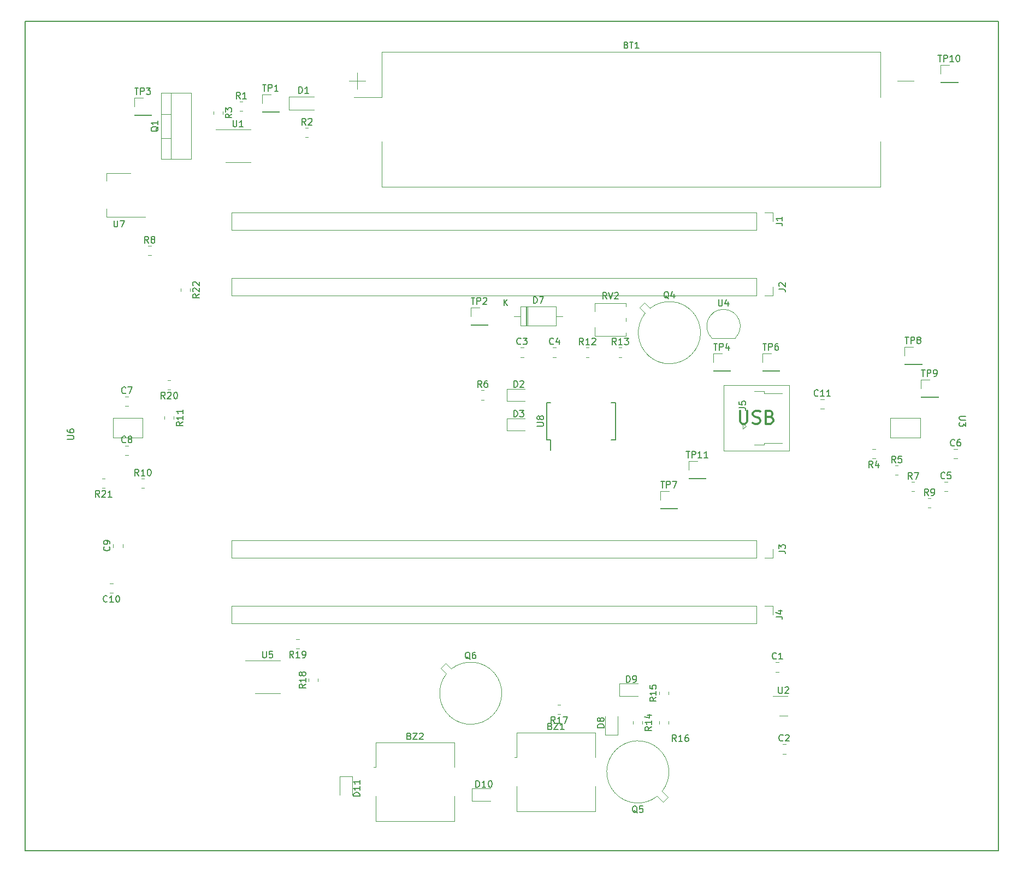
<source format=gbr>
%TF.GenerationSoftware,KiCad,Pcbnew,(6.0.2)*%
%TF.CreationDate,2022-03-20T20:15:49+02:00*%
%TF.ProjectId,main,6d61696e-2e6b-4696-9361-645f70636258,rev?*%
%TF.SameCoordinates,Original*%
%TF.FileFunction,Legend,Top*%
%TF.FilePolarity,Positive*%
%FSLAX46Y46*%
G04 Gerber Fmt 4.6, Leading zero omitted, Abs format (unit mm)*
G04 Created by KiCad (PCBNEW (6.0.2)) date 2022-03-20 20:15:49*
%MOMM*%
%LPD*%
G01*
G04 APERTURE LIST*
%TA.AperFunction,Profile*%
%ADD10C,0.200000*%
%TD*%
%ADD11C,0.100000*%
%ADD12C,0.300000*%
%ADD13C,0.150000*%
%ADD14C,0.120000*%
G04 APERTURE END LIST*
D10*
X210820000Y-15748000D02*
X59944000Y-15748000D01*
X59944000Y-15748000D02*
X59944000Y-144272000D01*
X59944000Y-144272000D02*
X210820000Y-144272000D01*
X210820000Y-144272000D02*
X210820000Y-15748000D01*
D11*
X168218000Y-72140000D02*
X178378000Y-72140000D01*
X178378000Y-72140000D02*
X178378000Y-82300000D01*
X178378000Y-82300000D02*
X168218000Y-82300000D01*
X168218000Y-82300000D02*
X168218000Y-72140000D01*
D12*
X170774190Y-76124761D02*
X170774190Y-77743809D01*
X170869428Y-77934285D01*
X170964666Y-78029523D01*
X171155142Y-78124761D01*
X171536095Y-78124761D01*
X171726571Y-78029523D01*
X171821809Y-77934285D01*
X171917047Y-77743809D01*
X171917047Y-76124761D01*
X172774190Y-78029523D02*
X173059904Y-78124761D01*
X173536095Y-78124761D01*
X173726571Y-78029523D01*
X173821809Y-77934285D01*
X173917047Y-77743809D01*
X173917047Y-77553333D01*
X173821809Y-77362857D01*
X173726571Y-77267619D01*
X173536095Y-77172380D01*
X173155142Y-77077142D01*
X172964666Y-76981904D01*
X172869428Y-76886666D01*
X172774190Y-76696190D01*
X172774190Y-76505714D01*
X172869428Y-76315238D01*
X172964666Y-76220000D01*
X173155142Y-76124761D01*
X173631333Y-76124761D01*
X173917047Y-76220000D01*
X175440857Y-77077142D02*
X175726571Y-77172380D01*
X175821809Y-77267619D01*
X175917047Y-77458095D01*
X175917047Y-77743809D01*
X175821809Y-77934285D01*
X175726571Y-78029523D01*
X175536095Y-78124761D01*
X174774190Y-78124761D01*
X174774190Y-76124761D01*
X175440857Y-76124761D01*
X175631333Y-76220000D01*
X175726571Y-76315238D01*
X175821809Y-76505714D01*
X175821809Y-76696190D01*
X175726571Y-76886666D01*
X175631333Y-76981904D01*
X175440857Y-77077142D01*
X174774190Y-77077142D01*
D13*
%TO.C,TP10*%
X201461904Y-20998380D02*
X202033333Y-20998380D01*
X201747619Y-21998380D02*
X201747619Y-20998380D01*
X202366666Y-21998380D02*
X202366666Y-20998380D01*
X202747619Y-20998380D01*
X202842857Y-21046000D01*
X202890476Y-21093619D01*
X202938095Y-21188857D01*
X202938095Y-21331714D01*
X202890476Y-21426952D01*
X202842857Y-21474571D01*
X202747619Y-21522190D01*
X202366666Y-21522190D01*
X203890476Y-21998380D02*
X203319047Y-21998380D01*
X203604761Y-21998380D02*
X203604761Y-20998380D01*
X203509523Y-21141238D01*
X203414285Y-21236476D01*
X203319047Y-21284095D01*
X204509523Y-20998380D02*
X204604761Y-20998380D01*
X204700000Y-21046000D01*
X204747619Y-21093619D01*
X204795238Y-21188857D01*
X204842857Y-21379333D01*
X204842857Y-21617428D01*
X204795238Y-21807904D01*
X204747619Y-21903142D01*
X204700000Y-21950761D01*
X204604761Y-21998380D01*
X204509523Y-21998380D01*
X204414285Y-21950761D01*
X204366666Y-21903142D01*
X204319047Y-21807904D01*
X204271428Y-21617428D01*
X204271428Y-21379333D01*
X204319047Y-21188857D01*
X204366666Y-21093619D01*
X204414285Y-21046000D01*
X204509523Y-20998380D01*
%TO.C,D10*%
X129849714Y-134438380D02*
X129849714Y-133438380D01*
X130087809Y-133438380D01*
X130230666Y-133486000D01*
X130325904Y-133581238D01*
X130373523Y-133676476D01*
X130421142Y-133866952D01*
X130421142Y-134009809D01*
X130373523Y-134200285D01*
X130325904Y-134295523D01*
X130230666Y-134390761D01*
X130087809Y-134438380D01*
X129849714Y-134438380D01*
X131373523Y-134438380D02*
X130802095Y-134438380D01*
X131087809Y-134438380D02*
X131087809Y-133438380D01*
X130992571Y-133581238D01*
X130897333Y-133676476D01*
X130802095Y-133724095D01*
X131992571Y-133438380D02*
X132087809Y-133438380D01*
X132183047Y-133486000D01*
X132230666Y-133533619D01*
X132278285Y-133628857D01*
X132325904Y-133819333D01*
X132325904Y-134057428D01*
X132278285Y-134247904D01*
X132230666Y-134343142D01*
X132183047Y-134390761D01*
X132087809Y-134438380D01*
X131992571Y-134438380D01*
X131897333Y-134390761D01*
X131849714Y-134343142D01*
X131802095Y-134247904D01*
X131754476Y-134057428D01*
X131754476Y-133819333D01*
X131802095Y-133628857D01*
X131849714Y-133533619D01*
X131897333Y-133486000D01*
X131992571Y-133438380D01*
%TO.C,C9*%
X73029142Y-97190666D02*
X73076761Y-97238285D01*
X73124380Y-97381142D01*
X73124380Y-97476380D01*
X73076761Y-97619238D01*
X72981523Y-97714476D01*
X72886285Y-97762095D01*
X72695809Y-97809714D01*
X72552952Y-97809714D01*
X72362476Y-97762095D01*
X72267238Y-97714476D01*
X72172000Y-97619238D01*
X72124380Y-97476380D01*
X72124380Y-97381142D01*
X72172000Y-97238285D01*
X72219619Y-97190666D01*
X73124380Y-96714476D02*
X73124380Y-96524000D01*
X73076761Y-96428761D01*
X73029142Y-96381142D01*
X72886285Y-96285904D01*
X72695809Y-96238285D01*
X72314857Y-96238285D01*
X72219619Y-96285904D01*
X72172000Y-96333523D01*
X72124380Y-96428761D01*
X72124380Y-96619238D01*
X72172000Y-96714476D01*
X72219619Y-96762095D01*
X72314857Y-96809714D01*
X72552952Y-96809714D01*
X72648190Y-96762095D01*
X72695809Y-96714476D01*
X72743428Y-96619238D01*
X72743428Y-96428761D01*
X72695809Y-96333523D01*
X72648190Y-96285904D01*
X72552952Y-96238285D01*
%TO.C,C7*%
X75546833Y-73353142D02*
X75499214Y-73400761D01*
X75356357Y-73448380D01*
X75261119Y-73448380D01*
X75118261Y-73400761D01*
X75023023Y-73305523D01*
X74975404Y-73210285D01*
X74927785Y-73019809D01*
X74927785Y-72876952D01*
X74975404Y-72686476D01*
X75023023Y-72591238D01*
X75118261Y-72496000D01*
X75261119Y-72448380D01*
X75356357Y-72448380D01*
X75499214Y-72496000D01*
X75546833Y-72543619D01*
X75880166Y-72448380D02*
X76546833Y-72448380D01*
X76118261Y-73448380D01*
%TO.C,C1*%
X176411833Y-114505142D02*
X176364214Y-114552761D01*
X176221357Y-114600380D01*
X176126119Y-114600380D01*
X175983261Y-114552761D01*
X175888023Y-114457523D01*
X175840404Y-114362285D01*
X175792785Y-114171809D01*
X175792785Y-114028952D01*
X175840404Y-113838476D01*
X175888023Y-113743238D01*
X175983261Y-113648000D01*
X176126119Y-113600380D01*
X176221357Y-113600380D01*
X176364214Y-113648000D01*
X176411833Y-113695619D01*
X177364214Y-114600380D02*
X176792785Y-114600380D01*
X177078500Y-114600380D02*
X177078500Y-113600380D01*
X176983261Y-113743238D01*
X176888023Y-113838476D01*
X176792785Y-113886095D01*
%TO.C,C3*%
X136809333Y-65737142D02*
X136761714Y-65784761D01*
X136618857Y-65832380D01*
X136523619Y-65832380D01*
X136380761Y-65784761D01*
X136285523Y-65689523D01*
X136237904Y-65594285D01*
X136190285Y-65403809D01*
X136190285Y-65260952D01*
X136237904Y-65070476D01*
X136285523Y-64975238D01*
X136380761Y-64880000D01*
X136523619Y-64832380D01*
X136618857Y-64832380D01*
X136761714Y-64880000D01*
X136809333Y-64927619D01*
X137142666Y-64832380D02*
X137761714Y-64832380D01*
X137428380Y-65213333D01*
X137571238Y-65213333D01*
X137666476Y-65260952D01*
X137714095Y-65308571D01*
X137761714Y-65403809D01*
X137761714Y-65641904D01*
X137714095Y-65737142D01*
X137666476Y-65784761D01*
X137571238Y-65832380D01*
X137285523Y-65832380D01*
X137190285Y-65784761D01*
X137142666Y-65737142D01*
%TO.C,R3*%
X92002380Y-30122666D02*
X91526190Y-30456000D01*
X92002380Y-30694095D02*
X91002380Y-30694095D01*
X91002380Y-30313142D01*
X91050000Y-30217904D01*
X91097619Y-30170285D01*
X91192857Y-30122666D01*
X91335714Y-30122666D01*
X91430952Y-30170285D01*
X91478571Y-30217904D01*
X91526190Y-30313142D01*
X91526190Y-30694095D01*
X91002380Y-29789333D02*
X91002380Y-29170285D01*
X91383333Y-29503619D01*
X91383333Y-29360761D01*
X91430952Y-29265523D01*
X91478571Y-29217904D01*
X91573809Y-29170285D01*
X91811904Y-29170285D01*
X91907142Y-29217904D01*
X91954761Y-29265523D01*
X92002380Y-29360761D01*
X92002380Y-29646476D01*
X91954761Y-29741714D01*
X91907142Y-29789333D01*
%TO.C,C5*%
X202525333Y-86561142D02*
X202477714Y-86608761D01*
X202334857Y-86656380D01*
X202239619Y-86656380D01*
X202096761Y-86608761D01*
X202001523Y-86513523D01*
X201953904Y-86418285D01*
X201906285Y-86227809D01*
X201906285Y-86084952D01*
X201953904Y-85894476D01*
X202001523Y-85799238D01*
X202096761Y-85704000D01*
X202239619Y-85656380D01*
X202334857Y-85656380D01*
X202477714Y-85704000D01*
X202525333Y-85751619D01*
X203430095Y-85656380D02*
X202953904Y-85656380D01*
X202906285Y-86132571D01*
X202953904Y-86084952D01*
X203049142Y-86037333D01*
X203287238Y-86037333D01*
X203382476Y-86084952D01*
X203430095Y-86132571D01*
X203477714Y-86227809D01*
X203477714Y-86465904D01*
X203430095Y-86561142D01*
X203382476Y-86608761D01*
X203287238Y-86656380D01*
X203049142Y-86656380D01*
X202953904Y-86608761D01*
X202906285Y-86561142D01*
%TO.C,TP3*%
X76954095Y-26078380D02*
X77525523Y-26078380D01*
X77239809Y-27078380D02*
X77239809Y-26078380D01*
X77858857Y-27078380D02*
X77858857Y-26078380D01*
X78239809Y-26078380D01*
X78335047Y-26126000D01*
X78382666Y-26173619D01*
X78430285Y-26268857D01*
X78430285Y-26411714D01*
X78382666Y-26506952D01*
X78335047Y-26554571D01*
X78239809Y-26602190D01*
X77858857Y-26602190D01*
X78763619Y-26078380D02*
X79382666Y-26078380D01*
X79049333Y-26459333D01*
X79192190Y-26459333D01*
X79287428Y-26506952D01*
X79335047Y-26554571D01*
X79382666Y-26649809D01*
X79382666Y-26887904D01*
X79335047Y-26983142D01*
X79287428Y-27030761D01*
X79192190Y-27078380D01*
X78906476Y-27078380D01*
X78811238Y-27030761D01*
X78763619Y-26983142D01*
%TO.C,U2*%
X176754095Y-118910380D02*
X176754095Y-119719904D01*
X176801714Y-119815142D01*
X176849333Y-119862761D01*
X176944571Y-119910380D01*
X177135047Y-119910380D01*
X177230285Y-119862761D01*
X177277904Y-119815142D01*
X177325523Y-119719904D01*
X177325523Y-118910380D01*
X177754095Y-119005619D02*
X177801714Y-118958000D01*
X177896952Y-118910380D01*
X178135047Y-118910380D01*
X178230285Y-118958000D01*
X178277904Y-119005619D01*
X178325523Y-119100857D01*
X178325523Y-119196095D01*
X178277904Y-119338952D01*
X177706476Y-119910380D01*
X178325523Y-119910380D01*
%TO.C,U8*%
X139322380Y-78489904D02*
X140131904Y-78489904D01*
X140227142Y-78442285D01*
X140274761Y-78394666D01*
X140322380Y-78299428D01*
X140322380Y-78108952D01*
X140274761Y-78013714D01*
X140227142Y-77966095D01*
X140131904Y-77918476D01*
X139322380Y-77918476D01*
X139750952Y-77299428D02*
X139703333Y-77394666D01*
X139655714Y-77442285D01*
X139560476Y-77489904D01*
X139512857Y-77489904D01*
X139417619Y-77442285D01*
X139370000Y-77394666D01*
X139322380Y-77299428D01*
X139322380Y-77108952D01*
X139370000Y-77013714D01*
X139417619Y-76966095D01*
X139512857Y-76918476D01*
X139560476Y-76918476D01*
X139655714Y-76966095D01*
X139703333Y-77013714D01*
X139750952Y-77108952D01*
X139750952Y-77299428D01*
X139798571Y-77394666D01*
X139846190Y-77442285D01*
X139941428Y-77489904D01*
X140131904Y-77489904D01*
X140227142Y-77442285D01*
X140274761Y-77394666D01*
X140322380Y-77299428D01*
X140322380Y-77108952D01*
X140274761Y-77013714D01*
X140227142Y-76966095D01*
X140131904Y-76918476D01*
X139941428Y-76918476D01*
X139846190Y-76966095D01*
X139798571Y-77013714D01*
X139750952Y-77108952D01*
%TO.C,R12*%
X146493142Y-65862380D02*
X146159809Y-65386190D01*
X145921714Y-65862380D02*
X145921714Y-64862380D01*
X146302666Y-64862380D01*
X146397904Y-64910000D01*
X146445523Y-64957619D01*
X146493142Y-65052857D01*
X146493142Y-65195714D01*
X146445523Y-65290952D01*
X146397904Y-65338571D01*
X146302666Y-65386190D01*
X145921714Y-65386190D01*
X147445523Y-65862380D02*
X146874095Y-65862380D01*
X147159809Y-65862380D02*
X147159809Y-64862380D01*
X147064571Y-65005238D01*
X146969333Y-65100476D01*
X146874095Y-65148095D01*
X147826476Y-64957619D02*
X147874095Y-64910000D01*
X147969333Y-64862380D01*
X148207428Y-64862380D01*
X148302666Y-64910000D01*
X148350285Y-64957619D01*
X148397904Y-65052857D01*
X148397904Y-65148095D01*
X148350285Y-65290952D01*
X147778857Y-65862380D01*
X148397904Y-65862380D01*
%TO.C,R9*%
X199985333Y-89226380D02*
X199652000Y-88750190D01*
X199413904Y-89226380D02*
X199413904Y-88226380D01*
X199794857Y-88226380D01*
X199890095Y-88274000D01*
X199937714Y-88321619D01*
X199985333Y-88416857D01*
X199985333Y-88559714D01*
X199937714Y-88654952D01*
X199890095Y-88702571D01*
X199794857Y-88750190D01*
X199413904Y-88750190D01*
X200461523Y-89226380D02*
X200652000Y-89226380D01*
X200747238Y-89178761D01*
X200794857Y-89131142D01*
X200890095Y-88988285D01*
X200937714Y-88797809D01*
X200937714Y-88416857D01*
X200890095Y-88321619D01*
X200842476Y-88274000D01*
X200747238Y-88226380D01*
X200556761Y-88226380D01*
X200461523Y-88274000D01*
X200413904Y-88321619D01*
X200366285Y-88416857D01*
X200366285Y-88654952D01*
X200413904Y-88750190D01*
X200461523Y-88797809D01*
X200556761Y-88845428D01*
X200747238Y-88845428D01*
X200842476Y-88797809D01*
X200890095Y-88750190D01*
X200937714Y-88654952D01*
%TO.C,R10*%
X77573142Y-86178380D02*
X77239809Y-85702190D01*
X77001714Y-86178380D02*
X77001714Y-85178380D01*
X77382666Y-85178380D01*
X77477904Y-85226000D01*
X77525523Y-85273619D01*
X77573142Y-85368857D01*
X77573142Y-85511714D01*
X77525523Y-85606952D01*
X77477904Y-85654571D01*
X77382666Y-85702190D01*
X77001714Y-85702190D01*
X78525523Y-86178380D02*
X77954095Y-86178380D01*
X78239809Y-86178380D02*
X78239809Y-85178380D01*
X78144571Y-85321238D01*
X78049333Y-85416476D01*
X77954095Y-85464095D01*
X79144571Y-85178380D02*
X79239809Y-85178380D01*
X79335047Y-85226000D01*
X79382666Y-85273619D01*
X79430285Y-85368857D01*
X79477904Y-85559333D01*
X79477904Y-85797428D01*
X79430285Y-85987904D01*
X79382666Y-86083142D01*
X79335047Y-86130761D01*
X79239809Y-86178380D01*
X79144571Y-86178380D01*
X79049333Y-86130761D01*
X79001714Y-86083142D01*
X78954095Y-85987904D01*
X78906476Y-85797428D01*
X78906476Y-85559333D01*
X78954095Y-85368857D01*
X79001714Y-85273619D01*
X79049333Y-85226000D01*
X79144571Y-85178380D01*
%TO.C,TP2*%
X129110095Y-58594380D02*
X129681523Y-58594380D01*
X129395809Y-59594380D02*
X129395809Y-58594380D01*
X130014857Y-59594380D02*
X130014857Y-58594380D01*
X130395809Y-58594380D01*
X130491047Y-58642000D01*
X130538666Y-58689619D01*
X130586285Y-58784857D01*
X130586285Y-58927714D01*
X130538666Y-59022952D01*
X130491047Y-59070571D01*
X130395809Y-59118190D01*
X130014857Y-59118190D01*
X130967238Y-58689619D02*
X131014857Y-58642000D01*
X131110095Y-58594380D01*
X131348190Y-58594380D01*
X131443428Y-58642000D01*
X131491047Y-58689619D01*
X131538666Y-58784857D01*
X131538666Y-58880095D01*
X131491047Y-59022952D01*
X130919619Y-59594380D01*
X131538666Y-59594380D01*
%TO.C,TP1*%
X96766095Y-25570380D02*
X97337523Y-25570380D01*
X97051809Y-26570380D02*
X97051809Y-25570380D01*
X97670857Y-26570380D02*
X97670857Y-25570380D01*
X98051809Y-25570380D01*
X98147047Y-25618000D01*
X98194666Y-25665619D01*
X98242285Y-25760857D01*
X98242285Y-25903714D01*
X98194666Y-25998952D01*
X98147047Y-26046571D01*
X98051809Y-26094190D01*
X97670857Y-26094190D01*
X99194666Y-26570380D02*
X98623238Y-26570380D01*
X98908952Y-26570380D02*
X98908952Y-25570380D01*
X98813714Y-25713238D01*
X98718476Y-25808476D01*
X98623238Y-25856095D01*
%TO.C,R22*%
X86938380Y-58046857D02*
X86462190Y-58380190D01*
X86938380Y-58618285D02*
X85938380Y-58618285D01*
X85938380Y-58237333D01*
X85986000Y-58142095D01*
X86033619Y-58094476D01*
X86128857Y-58046857D01*
X86271714Y-58046857D01*
X86366952Y-58094476D01*
X86414571Y-58142095D01*
X86462190Y-58237333D01*
X86462190Y-58618285D01*
X86033619Y-57665904D02*
X85986000Y-57618285D01*
X85938380Y-57523047D01*
X85938380Y-57284952D01*
X85986000Y-57189714D01*
X86033619Y-57142095D01*
X86128857Y-57094476D01*
X86224095Y-57094476D01*
X86366952Y-57142095D01*
X86938380Y-57713523D01*
X86938380Y-57094476D01*
X86033619Y-56713523D02*
X85986000Y-56665904D01*
X85938380Y-56570666D01*
X85938380Y-56332571D01*
X85986000Y-56237333D01*
X86033619Y-56189714D01*
X86128857Y-56142095D01*
X86224095Y-56142095D01*
X86366952Y-56189714D01*
X86938380Y-56761142D01*
X86938380Y-56142095D01*
%TO.C,R16*%
X160901142Y-127342380D02*
X160567809Y-126866190D01*
X160329714Y-127342380D02*
X160329714Y-126342380D01*
X160710666Y-126342380D01*
X160805904Y-126390000D01*
X160853523Y-126437619D01*
X160901142Y-126532857D01*
X160901142Y-126675714D01*
X160853523Y-126770952D01*
X160805904Y-126818571D01*
X160710666Y-126866190D01*
X160329714Y-126866190D01*
X161853523Y-127342380D02*
X161282095Y-127342380D01*
X161567809Y-127342380D02*
X161567809Y-126342380D01*
X161472571Y-126485238D01*
X161377333Y-126580476D01*
X161282095Y-126628095D01*
X162710666Y-126342380D02*
X162520190Y-126342380D01*
X162424952Y-126390000D01*
X162377333Y-126437619D01*
X162282095Y-126580476D01*
X162234476Y-126770952D01*
X162234476Y-127151904D01*
X162282095Y-127247142D01*
X162329714Y-127294761D01*
X162424952Y-127342380D01*
X162615428Y-127342380D01*
X162710666Y-127294761D01*
X162758285Y-127247142D01*
X162805904Y-127151904D01*
X162805904Y-126913809D01*
X162758285Y-126818571D01*
X162710666Y-126770952D01*
X162615428Y-126723333D01*
X162424952Y-126723333D01*
X162329714Y-126770952D01*
X162282095Y-126818571D01*
X162234476Y-126913809D01*
%TO.C,R4*%
X191365333Y-84906380D02*
X191032000Y-84430190D01*
X190793904Y-84906380D02*
X190793904Y-83906380D01*
X191174857Y-83906380D01*
X191270095Y-83954000D01*
X191317714Y-84001619D01*
X191365333Y-84096857D01*
X191365333Y-84239714D01*
X191317714Y-84334952D01*
X191270095Y-84382571D01*
X191174857Y-84430190D01*
X190793904Y-84430190D01*
X192222476Y-84239714D02*
X192222476Y-84906380D01*
X191984380Y-83858761D02*
X191746285Y-84573047D01*
X192365333Y-84573047D01*
%TO.C,R15*%
X157790380Y-120530857D02*
X157314190Y-120864190D01*
X157790380Y-121102285D02*
X156790380Y-121102285D01*
X156790380Y-120721333D01*
X156838000Y-120626095D01*
X156885619Y-120578476D01*
X156980857Y-120530857D01*
X157123714Y-120530857D01*
X157218952Y-120578476D01*
X157266571Y-120626095D01*
X157314190Y-120721333D01*
X157314190Y-121102285D01*
X157790380Y-119578476D02*
X157790380Y-120149904D01*
X157790380Y-119864190D02*
X156790380Y-119864190D01*
X156933238Y-119959428D01*
X157028476Y-120054666D01*
X157076095Y-120149904D01*
X156790380Y-118673714D02*
X156790380Y-119149904D01*
X157266571Y-119197523D01*
X157218952Y-119149904D01*
X157171333Y-119054666D01*
X157171333Y-118816571D01*
X157218952Y-118721333D01*
X157266571Y-118673714D01*
X157361809Y-118626095D01*
X157599904Y-118626095D01*
X157695142Y-118673714D01*
X157742761Y-118721333D01*
X157790380Y-118816571D01*
X157790380Y-119054666D01*
X157742761Y-119149904D01*
X157695142Y-119197523D01*
%TO.C,C6*%
X204027833Y-81481142D02*
X203980214Y-81528761D01*
X203837357Y-81576380D01*
X203742119Y-81576380D01*
X203599261Y-81528761D01*
X203504023Y-81433523D01*
X203456404Y-81338285D01*
X203408785Y-81147809D01*
X203408785Y-81004952D01*
X203456404Y-80814476D01*
X203504023Y-80719238D01*
X203599261Y-80624000D01*
X203742119Y-80576380D01*
X203837357Y-80576380D01*
X203980214Y-80624000D01*
X204027833Y-80671619D01*
X204884976Y-80576380D02*
X204694500Y-80576380D01*
X204599261Y-80624000D01*
X204551642Y-80671619D01*
X204456404Y-80814476D01*
X204408785Y-81004952D01*
X204408785Y-81385904D01*
X204456404Y-81481142D01*
X204504023Y-81528761D01*
X204599261Y-81576380D01*
X204789738Y-81576380D01*
X204884976Y-81528761D01*
X204932595Y-81481142D01*
X204980214Y-81385904D01*
X204980214Y-81147809D01*
X204932595Y-81052571D01*
X204884976Y-81004952D01*
X204789738Y-80957333D01*
X204599261Y-80957333D01*
X204504023Y-81004952D01*
X204456404Y-81052571D01*
X204408785Y-81147809D01*
%TO.C,C8*%
X75546833Y-80973142D02*
X75499214Y-81020761D01*
X75356357Y-81068380D01*
X75261119Y-81068380D01*
X75118261Y-81020761D01*
X75023023Y-80925523D01*
X74975404Y-80830285D01*
X74927785Y-80639809D01*
X74927785Y-80496952D01*
X74975404Y-80306476D01*
X75023023Y-80211238D01*
X75118261Y-80116000D01*
X75261119Y-80068380D01*
X75356357Y-80068380D01*
X75499214Y-80116000D01*
X75546833Y-80163619D01*
X76118261Y-80496952D02*
X76023023Y-80449333D01*
X75975404Y-80401714D01*
X75927785Y-80306476D01*
X75927785Y-80258857D01*
X75975404Y-80163619D01*
X76023023Y-80116000D01*
X76118261Y-80068380D01*
X76308738Y-80068380D01*
X76403976Y-80116000D01*
X76451595Y-80163619D01*
X76499214Y-80258857D01*
X76499214Y-80306476D01*
X76451595Y-80401714D01*
X76403976Y-80449333D01*
X76308738Y-80496952D01*
X76118261Y-80496952D01*
X76023023Y-80544571D01*
X75975404Y-80592190D01*
X75927785Y-80687428D01*
X75927785Y-80877904D01*
X75975404Y-80973142D01*
X76023023Y-81020761D01*
X76118261Y-81068380D01*
X76308738Y-81068380D01*
X76403976Y-81020761D01*
X76451595Y-80973142D01*
X76499214Y-80877904D01*
X76499214Y-80687428D01*
X76451595Y-80592190D01*
X76403976Y-80544571D01*
X76308738Y-80496952D01*
%TO.C,RV2*%
X150096761Y-58782380D02*
X149763428Y-58306190D01*
X149525333Y-58782380D02*
X149525333Y-57782380D01*
X149906285Y-57782380D01*
X150001523Y-57830000D01*
X150049142Y-57877619D01*
X150096761Y-57972857D01*
X150096761Y-58115714D01*
X150049142Y-58210952D01*
X150001523Y-58258571D01*
X149906285Y-58306190D01*
X149525333Y-58306190D01*
X150382476Y-57782380D02*
X150715809Y-58782380D01*
X151049142Y-57782380D01*
X151334857Y-57877619D02*
X151382476Y-57830000D01*
X151477714Y-57782380D01*
X151715809Y-57782380D01*
X151811047Y-57830000D01*
X151858666Y-57877619D01*
X151906285Y-57972857D01*
X151906285Y-58068095D01*
X151858666Y-58210952D01*
X151287238Y-58782380D01*
X151906285Y-58782380D01*
%TO.C,U7*%
X73730095Y-46628380D02*
X73730095Y-47437904D01*
X73777714Y-47533142D01*
X73825333Y-47580761D01*
X73920571Y-47628380D01*
X74111047Y-47628380D01*
X74206285Y-47580761D01*
X74253904Y-47533142D01*
X74301523Y-47437904D01*
X74301523Y-46628380D01*
X74682476Y-46628380D02*
X75349142Y-46628380D01*
X74920571Y-47628380D01*
%TO.C,U4*%
X167456095Y-58888380D02*
X167456095Y-59697904D01*
X167503714Y-59793142D01*
X167551333Y-59840761D01*
X167646571Y-59888380D01*
X167837047Y-59888380D01*
X167932285Y-59840761D01*
X167979904Y-59793142D01*
X168027523Y-59697904D01*
X168027523Y-58888380D01*
X168932285Y-59221714D02*
X168932285Y-59888380D01*
X168694190Y-58840761D02*
X168456095Y-59555047D01*
X169075142Y-59555047D01*
%TO.C,TP4*%
X166702095Y-65706380D02*
X167273523Y-65706380D01*
X166987809Y-66706380D02*
X166987809Y-65706380D01*
X167606857Y-66706380D02*
X167606857Y-65706380D01*
X167987809Y-65706380D01*
X168083047Y-65754000D01*
X168130666Y-65801619D01*
X168178285Y-65896857D01*
X168178285Y-66039714D01*
X168130666Y-66134952D01*
X168083047Y-66182571D01*
X167987809Y-66230190D01*
X167606857Y-66230190D01*
X169035428Y-66039714D02*
X169035428Y-66706380D01*
X168797333Y-65658761D02*
X168559238Y-66373047D01*
X169178285Y-66373047D01*
%TO.C,R17*%
X142105142Y-124530380D02*
X141771809Y-124054190D01*
X141533714Y-124530380D02*
X141533714Y-123530380D01*
X141914666Y-123530380D01*
X142009904Y-123578000D01*
X142057523Y-123625619D01*
X142105142Y-123720857D01*
X142105142Y-123863714D01*
X142057523Y-123958952D01*
X142009904Y-124006571D01*
X141914666Y-124054190D01*
X141533714Y-124054190D01*
X143057523Y-124530380D02*
X142486095Y-124530380D01*
X142771809Y-124530380D02*
X142771809Y-123530380D01*
X142676571Y-123673238D01*
X142581333Y-123768476D01*
X142486095Y-123816095D01*
X143390857Y-123530380D02*
X144057523Y-123530380D01*
X143628952Y-124530380D01*
%TO.C,J2*%
X176790380Y-57258333D02*
X177504666Y-57258333D01*
X177647523Y-57305952D01*
X177742761Y-57401190D01*
X177790380Y-57544047D01*
X177790380Y-57639285D01*
X176885619Y-56829761D02*
X176838000Y-56782142D01*
X176790380Y-56686904D01*
X176790380Y-56448809D01*
X176838000Y-56353571D01*
X176885619Y-56305952D01*
X176980857Y-56258333D01*
X177076095Y-56258333D01*
X177218952Y-56305952D01*
X177790380Y-56877380D01*
X177790380Y-56258333D01*
%TO.C,D11*%
X111830380Y-135834285D02*
X110830380Y-135834285D01*
X110830380Y-135596190D01*
X110878000Y-135453333D01*
X110973238Y-135358095D01*
X111068476Y-135310476D01*
X111258952Y-135262857D01*
X111401809Y-135262857D01*
X111592285Y-135310476D01*
X111687523Y-135358095D01*
X111782761Y-135453333D01*
X111830380Y-135596190D01*
X111830380Y-135834285D01*
X111830380Y-134310476D02*
X111830380Y-134881904D01*
X111830380Y-134596190D02*
X110830380Y-134596190D01*
X110973238Y-134691428D01*
X111068476Y-134786666D01*
X111116095Y-134881904D01*
X111830380Y-133358095D02*
X111830380Y-133929523D01*
X111830380Y-133643809D02*
X110830380Y-133643809D01*
X110973238Y-133739047D01*
X111068476Y-133834285D01*
X111116095Y-133929523D01*
%TO.C,Q1*%
X80589619Y-32099238D02*
X80542000Y-32194476D01*
X80446761Y-32289714D01*
X80303904Y-32432571D01*
X80256285Y-32527809D01*
X80256285Y-32623047D01*
X80494380Y-32575428D02*
X80446761Y-32670666D01*
X80351523Y-32765904D01*
X80161047Y-32813523D01*
X79827714Y-32813523D01*
X79637238Y-32765904D01*
X79542000Y-32670666D01*
X79494380Y-32575428D01*
X79494380Y-32384952D01*
X79542000Y-32289714D01*
X79637238Y-32194476D01*
X79827714Y-32146857D01*
X80161047Y-32146857D01*
X80351523Y-32194476D01*
X80446761Y-32289714D01*
X80494380Y-32384952D01*
X80494380Y-32575428D01*
X80494380Y-31194476D02*
X80494380Y-31765904D01*
X80494380Y-31480190D02*
X79494380Y-31480190D01*
X79637238Y-31575428D01*
X79732476Y-31670666D01*
X79780095Y-31765904D01*
%TO.C,BT1*%
X153138285Y-19416571D02*
X153281142Y-19464190D01*
X153328761Y-19511809D01*
X153376380Y-19607047D01*
X153376380Y-19749904D01*
X153328761Y-19845142D01*
X153281142Y-19892761D01*
X153185904Y-19940380D01*
X152804952Y-19940380D01*
X152804952Y-18940380D01*
X153138285Y-18940380D01*
X153233523Y-18988000D01*
X153281142Y-19035619D01*
X153328761Y-19130857D01*
X153328761Y-19226095D01*
X153281142Y-19321333D01*
X153233523Y-19368952D01*
X153138285Y-19416571D01*
X152804952Y-19416571D01*
X153662095Y-18940380D02*
X154233523Y-18940380D01*
X153947809Y-19940380D02*
X153947809Y-18940380D01*
X155090666Y-19940380D02*
X154519238Y-19940380D01*
X154804952Y-19940380D02*
X154804952Y-18940380D01*
X154709714Y-19083238D01*
X154614476Y-19178476D01*
X154519238Y-19226095D01*
%TO.C,R6*%
X130729333Y-72466380D02*
X130396000Y-71990190D01*
X130157904Y-72466380D02*
X130157904Y-71466380D01*
X130538857Y-71466380D01*
X130634095Y-71514000D01*
X130681714Y-71561619D01*
X130729333Y-71656857D01*
X130729333Y-71799714D01*
X130681714Y-71894952D01*
X130634095Y-71942571D01*
X130538857Y-71990190D01*
X130157904Y-71990190D01*
X131586476Y-71466380D02*
X131396000Y-71466380D01*
X131300761Y-71514000D01*
X131253142Y-71561619D01*
X131157904Y-71704476D01*
X131110285Y-71894952D01*
X131110285Y-72275904D01*
X131157904Y-72371142D01*
X131205523Y-72418761D01*
X131300761Y-72466380D01*
X131491238Y-72466380D01*
X131586476Y-72418761D01*
X131634095Y-72371142D01*
X131681714Y-72275904D01*
X131681714Y-72037809D01*
X131634095Y-71942571D01*
X131586476Y-71894952D01*
X131491238Y-71847333D01*
X131300761Y-71847333D01*
X131205523Y-71894952D01*
X131157904Y-71942571D01*
X131110285Y-72037809D01*
%TO.C,J5*%
X170655380Y-75628333D02*
X171369666Y-75628333D01*
X171512523Y-75675952D01*
X171607761Y-75771190D01*
X171655380Y-75914047D01*
X171655380Y-76009285D01*
X170655380Y-74675952D02*
X170655380Y-75152142D01*
X171131571Y-75199761D01*
X171083952Y-75152142D01*
X171036333Y-75056904D01*
X171036333Y-74818809D01*
X171083952Y-74723571D01*
X171131571Y-74675952D01*
X171226809Y-74628333D01*
X171464904Y-74628333D01*
X171560142Y-74675952D01*
X171607761Y-74723571D01*
X171655380Y-74818809D01*
X171655380Y-75056904D01*
X171607761Y-75152142D01*
X171560142Y-75199761D01*
%TO.C,R18*%
X103450380Y-118498857D02*
X102974190Y-118832190D01*
X103450380Y-119070285D02*
X102450380Y-119070285D01*
X102450380Y-118689333D01*
X102498000Y-118594095D01*
X102545619Y-118546476D01*
X102640857Y-118498857D01*
X102783714Y-118498857D01*
X102878952Y-118546476D01*
X102926571Y-118594095D01*
X102974190Y-118689333D01*
X102974190Y-119070285D01*
X103450380Y-117546476D02*
X103450380Y-118117904D01*
X103450380Y-117832190D02*
X102450380Y-117832190D01*
X102593238Y-117927428D01*
X102688476Y-118022666D01*
X102736095Y-118117904D01*
X102878952Y-116975047D02*
X102831333Y-117070285D01*
X102783714Y-117117904D01*
X102688476Y-117165523D01*
X102640857Y-117165523D01*
X102545619Y-117117904D01*
X102498000Y-117070285D01*
X102450380Y-116975047D01*
X102450380Y-116784571D01*
X102498000Y-116689333D01*
X102545619Y-116641714D01*
X102640857Y-116594095D01*
X102688476Y-116594095D01*
X102783714Y-116641714D01*
X102831333Y-116689333D01*
X102878952Y-116784571D01*
X102878952Y-116975047D01*
X102926571Y-117070285D01*
X102974190Y-117117904D01*
X103069428Y-117165523D01*
X103259904Y-117165523D01*
X103355142Y-117117904D01*
X103402761Y-117070285D01*
X103450380Y-116975047D01*
X103450380Y-116784571D01*
X103402761Y-116689333D01*
X103355142Y-116641714D01*
X103259904Y-116594095D01*
X103069428Y-116594095D01*
X102974190Y-116641714D01*
X102926571Y-116689333D01*
X102878952Y-116784571D01*
%TO.C,U1*%
X92186095Y-31104380D02*
X92186095Y-31913904D01*
X92233714Y-32009142D01*
X92281333Y-32056761D01*
X92376571Y-32104380D01*
X92567047Y-32104380D01*
X92662285Y-32056761D01*
X92709904Y-32009142D01*
X92757523Y-31913904D01*
X92757523Y-31104380D01*
X93757523Y-32104380D02*
X93186095Y-32104380D01*
X93471809Y-32104380D02*
X93471809Y-31104380D01*
X93376571Y-31247238D01*
X93281333Y-31342476D01*
X93186095Y-31390095D01*
%TO.C,D1*%
X102369904Y-26900380D02*
X102369904Y-25900380D01*
X102608000Y-25900380D01*
X102750857Y-25948000D01*
X102846095Y-26043238D01*
X102893714Y-26138476D01*
X102941333Y-26328952D01*
X102941333Y-26471809D01*
X102893714Y-26662285D01*
X102846095Y-26757523D01*
X102750857Y-26852761D01*
X102608000Y-26900380D01*
X102369904Y-26900380D01*
X103893714Y-26900380D02*
X103322285Y-26900380D01*
X103608000Y-26900380D02*
X103608000Y-25900380D01*
X103512761Y-26043238D01*
X103417523Y-26138476D01*
X103322285Y-26186095D01*
%TO.C,U5*%
X96774095Y-113400380D02*
X96774095Y-114209904D01*
X96821714Y-114305142D01*
X96869333Y-114352761D01*
X96964571Y-114400380D01*
X97155047Y-114400380D01*
X97250285Y-114352761D01*
X97297904Y-114305142D01*
X97345523Y-114209904D01*
X97345523Y-113400380D01*
X98297904Y-113400380D02*
X97821714Y-113400380D01*
X97774095Y-113876571D01*
X97821714Y-113828952D01*
X97916952Y-113781333D01*
X98155047Y-113781333D01*
X98250285Y-113828952D01*
X98297904Y-113876571D01*
X98345523Y-113971809D01*
X98345523Y-114209904D01*
X98297904Y-114305142D01*
X98250285Y-114352761D01*
X98155047Y-114400380D01*
X97916952Y-114400380D01*
X97821714Y-114352761D01*
X97774095Y-114305142D01*
%TO.C,TP9*%
X198890095Y-69766380D02*
X199461523Y-69766380D01*
X199175809Y-70766380D02*
X199175809Y-69766380D01*
X199794857Y-70766380D02*
X199794857Y-69766380D01*
X200175809Y-69766380D01*
X200271047Y-69814000D01*
X200318666Y-69861619D01*
X200366285Y-69956857D01*
X200366285Y-70099714D01*
X200318666Y-70194952D01*
X200271047Y-70242571D01*
X200175809Y-70290190D01*
X199794857Y-70290190D01*
X200842476Y-70766380D02*
X201032952Y-70766380D01*
X201128190Y-70718761D01*
X201175809Y-70671142D01*
X201271047Y-70528285D01*
X201318666Y-70337809D01*
X201318666Y-69956857D01*
X201271047Y-69861619D01*
X201223428Y-69814000D01*
X201128190Y-69766380D01*
X200937714Y-69766380D01*
X200842476Y-69814000D01*
X200794857Y-69861619D01*
X200747238Y-69956857D01*
X200747238Y-70194952D01*
X200794857Y-70290190D01*
X200842476Y-70337809D01*
X200937714Y-70385428D01*
X201128190Y-70385428D01*
X201223428Y-70337809D01*
X201271047Y-70290190D01*
X201318666Y-70194952D01*
%TO.C,R5*%
X194905333Y-84146380D02*
X194572000Y-83670190D01*
X194333904Y-84146380D02*
X194333904Y-83146380D01*
X194714857Y-83146380D01*
X194810095Y-83194000D01*
X194857714Y-83241619D01*
X194905333Y-83336857D01*
X194905333Y-83479714D01*
X194857714Y-83574952D01*
X194810095Y-83622571D01*
X194714857Y-83670190D01*
X194333904Y-83670190D01*
X195810095Y-83146380D02*
X195333904Y-83146380D01*
X195286285Y-83622571D01*
X195333904Y-83574952D01*
X195429142Y-83527333D01*
X195667238Y-83527333D01*
X195762476Y-83574952D01*
X195810095Y-83622571D01*
X195857714Y-83717809D01*
X195857714Y-83955904D01*
X195810095Y-84051142D01*
X195762476Y-84098761D01*
X195667238Y-84146380D01*
X195429142Y-84146380D01*
X195333904Y-84098761D01*
X195286285Y-84051142D01*
%TO.C,J1*%
X176350380Y-47073333D02*
X177064666Y-47073333D01*
X177207523Y-47120952D01*
X177302761Y-47216190D01*
X177350380Y-47359047D01*
X177350380Y-47454285D01*
X177350380Y-46073333D02*
X177350380Y-46644761D01*
X177350380Y-46359047D02*
X176350380Y-46359047D01*
X176493238Y-46454285D01*
X176588476Y-46549523D01*
X176636095Y-46644761D01*
%TO.C,D8*%
X149678380Y-125198095D02*
X148678380Y-125198095D01*
X148678380Y-124960000D01*
X148726000Y-124817142D01*
X148821238Y-124721904D01*
X148916476Y-124674285D01*
X149106952Y-124626666D01*
X149249809Y-124626666D01*
X149440285Y-124674285D01*
X149535523Y-124721904D01*
X149630761Y-124817142D01*
X149678380Y-124960000D01*
X149678380Y-125198095D01*
X149106952Y-124055238D02*
X149059333Y-124150476D01*
X149011714Y-124198095D01*
X148916476Y-124245714D01*
X148868857Y-124245714D01*
X148773619Y-124198095D01*
X148726000Y-124150476D01*
X148678380Y-124055238D01*
X148678380Y-123864761D01*
X148726000Y-123769523D01*
X148773619Y-123721904D01*
X148868857Y-123674285D01*
X148916476Y-123674285D01*
X149011714Y-123721904D01*
X149059333Y-123769523D01*
X149106952Y-123864761D01*
X149106952Y-124055238D01*
X149154571Y-124150476D01*
X149202190Y-124198095D01*
X149297428Y-124245714D01*
X149487904Y-124245714D01*
X149583142Y-124198095D01*
X149630761Y-124150476D01*
X149678380Y-124055238D01*
X149678380Y-123864761D01*
X149630761Y-123769523D01*
X149583142Y-123721904D01*
X149487904Y-123674285D01*
X149297428Y-123674285D01*
X149202190Y-123721904D01*
X149154571Y-123769523D01*
X149106952Y-123864761D01*
%TO.C,Q5*%
X154844761Y-138447619D02*
X154749523Y-138400000D01*
X154654285Y-138304761D01*
X154511428Y-138161904D01*
X154416190Y-138114285D01*
X154320952Y-138114285D01*
X154368571Y-138352380D02*
X154273333Y-138304761D01*
X154178095Y-138209523D01*
X154130476Y-138019047D01*
X154130476Y-137685714D01*
X154178095Y-137495238D01*
X154273333Y-137400000D01*
X154368571Y-137352380D01*
X154559047Y-137352380D01*
X154654285Y-137400000D01*
X154749523Y-137495238D01*
X154797142Y-137685714D01*
X154797142Y-138019047D01*
X154749523Y-138209523D01*
X154654285Y-138304761D01*
X154559047Y-138352380D01*
X154368571Y-138352380D01*
X155701904Y-137352380D02*
X155225714Y-137352380D01*
X155178095Y-137828571D01*
X155225714Y-137780952D01*
X155320952Y-137733333D01*
X155559047Y-137733333D01*
X155654285Y-137780952D01*
X155701904Y-137828571D01*
X155749523Y-137923809D01*
X155749523Y-138161904D01*
X155701904Y-138257142D01*
X155654285Y-138304761D01*
X155559047Y-138352380D01*
X155320952Y-138352380D01*
X155225714Y-138304761D01*
X155178095Y-138257142D01*
%TO.C,R7*%
X197445333Y-86686380D02*
X197112000Y-86210190D01*
X196873904Y-86686380D02*
X196873904Y-85686380D01*
X197254857Y-85686380D01*
X197350095Y-85734000D01*
X197397714Y-85781619D01*
X197445333Y-85876857D01*
X197445333Y-86019714D01*
X197397714Y-86114952D01*
X197350095Y-86162571D01*
X197254857Y-86210190D01*
X196873904Y-86210190D01*
X197778666Y-85686380D02*
X198445333Y-85686380D01*
X198016761Y-86686380D01*
%TO.C,C4*%
X141867833Y-65737142D02*
X141820214Y-65784761D01*
X141677357Y-65832380D01*
X141582119Y-65832380D01*
X141439261Y-65784761D01*
X141344023Y-65689523D01*
X141296404Y-65594285D01*
X141248785Y-65403809D01*
X141248785Y-65260952D01*
X141296404Y-65070476D01*
X141344023Y-64975238D01*
X141439261Y-64880000D01*
X141582119Y-64832380D01*
X141677357Y-64832380D01*
X141820214Y-64880000D01*
X141867833Y-64927619D01*
X142724976Y-65165714D02*
X142724976Y-65832380D01*
X142486880Y-64784761D02*
X142248785Y-65499047D01*
X142867833Y-65499047D01*
%TO.C,Q6*%
X128936761Y-114615619D02*
X128841523Y-114568000D01*
X128746285Y-114472761D01*
X128603428Y-114329904D01*
X128508190Y-114282285D01*
X128412952Y-114282285D01*
X128460571Y-114520380D02*
X128365333Y-114472761D01*
X128270095Y-114377523D01*
X128222476Y-114187047D01*
X128222476Y-113853714D01*
X128270095Y-113663238D01*
X128365333Y-113568000D01*
X128460571Y-113520380D01*
X128651047Y-113520380D01*
X128746285Y-113568000D01*
X128841523Y-113663238D01*
X128889142Y-113853714D01*
X128889142Y-114187047D01*
X128841523Y-114377523D01*
X128746285Y-114472761D01*
X128651047Y-114520380D01*
X128460571Y-114520380D01*
X129746285Y-113520380D02*
X129555809Y-113520380D01*
X129460571Y-113568000D01*
X129412952Y-113615619D01*
X129317714Y-113758476D01*
X129270095Y-113948952D01*
X129270095Y-114329904D01*
X129317714Y-114425142D01*
X129365333Y-114472761D01*
X129460571Y-114520380D01*
X129651047Y-114520380D01*
X129746285Y-114472761D01*
X129793904Y-114425142D01*
X129841523Y-114329904D01*
X129841523Y-114091809D01*
X129793904Y-113996571D01*
X129746285Y-113948952D01*
X129651047Y-113901333D01*
X129460571Y-113901333D01*
X129365333Y-113948952D01*
X129317714Y-113996571D01*
X129270095Y-114091809D01*
%TO.C,D2*%
X135729904Y-72466380D02*
X135729904Y-71466380D01*
X135968000Y-71466380D01*
X136110857Y-71514000D01*
X136206095Y-71609238D01*
X136253714Y-71704476D01*
X136301333Y-71894952D01*
X136301333Y-72037809D01*
X136253714Y-72228285D01*
X136206095Y-72323523D01*
X136110857Y-72418761D01*
X135968000Y-72466380D01*
X135729904Y-72466380D01*
X136682285Y-71561619D02*
X136729904Y-71514000D01*
X136825142Y-71466380D01*
X137063238Y-71466380D01*
X137158476Y-71514000D01*
X137206095Y-71561619D01*
X137253714Y-71656857D01*
X137253714Y-71752095D01*
X137206095Y-71894952D01*
X136634666Y-72466380D01*
X137253714Y-72466380D01*
%TO.C,R20*%
X81653142Y-74238380D02*
X81319809Y-73762190D01*
X81081714Y-74238380D02*
X81081714Y-73238380D01*
X81462666Y-73238380D01*
X81557904Y-73286000D01*
X81605523Y-73333619D01*
X81653142Y-73428857D01*
X81653142Y-73571714D01*
X81605523Y-73666952D01*
X81557904Y-73714571D01*
X81462666Y-73762190D01*
X81081714Y-73762190D01*
X82034095Y-73333619D02*
X82081714Y-73286000D01*
X82176952Y-73238380D01*
X82415047Y-73238380D01*
X82510285Y-73286000D01*
X82557904Y-73333619D01*
X82605523Y-73428857D01*
X82605523Y-73524095D01*
X82557904Y-73666952D01*
X81986476Y-74238380D01*
X82605523Y-74238380D01*
X83224571Y-73238380D02*
X83319809Y-73238380D01*
X83415047Y-73286000D01*
X83462666Y-73333619D01*
X83510285Y-73428857D01*
X83557904Y-73619333D01*
X83557904Y-73857428D01*
X83510285Y-74047904D01*
X83462666Y-74143142D01*
X83415047Y-74190761D01*
X83319809Y-74238380D01*
X83224571Y-74238380D01*
X83129333Y-74190761D01*
X83081714Y-74143142D01*
X83034095Y-74047904D01*
X82986476Y-73857428D01*
X82986476Y-73619333D01*
X83034095Y-73428857D01*
X83081714Y-73333619D01*
X83129333Y-73286000D01*
X83224571Y-73238380D01*
%TO.C,D9*%
X153185904Y-118182380D02*
X153185904Y-117182380D01*
X153424000Y-117182380D01*
X153566857Y-117230000D01*
X153662095Y-117325238D01*
X153709714Y-117420476D01*
X153757333Y-117610952D01*
X153757333Y-117753809D01*
X153709714Y-117944285D01*
X153662095Y-118039523D01*
X153566857Y-118134761D01*
X153424000Y-118182380D01*
X153185904Y-118182380D01*
X154233523Y-118182380D02*
X154424000Y-118182380D01*
X154519238Y-118134761D01*
X154566857Y-118087142D01*
X154662095Y-117944285D01*
X154709714Y-117753809D01*
X154709714Y-117372857D01*
X154662095Y-117277619D01*
X154614476Y-117230000D01*
X154519238Y-117182380D01*
X154328761Y-117182380D01*
X154233523Y-117230000D01*
X154185904Y-117277619D01*
X154138285Y-117372857D01*
X154138285Y-117610952D01*
X154185904Y-117706190D01*
X154233523Y-117753809D01*
X154328761Y-117801428D01*
X154519238Y-117801428D01*
X154614476Y-117753809D01*
X154662095Y-117706190D01*
X154709714Y-117610952D01*
%TO.C,J4*%
X176350380Y-108033333D02*
X177064666Y-108033333D01*
X177207523Y-108080952D01*
X177302761Y-108176190D01*
X177350380Y-108319047D01*
X177350380Y-108414285D01*
X176683714Y-107128571D02*
X177350380Y-107128571D01*
X176302761Y-107366666D02*
X177017047Y-107604761D01*
X177017047Y-106985714D01*
%TO.C,R2*%
X103465333Y-31822380D02*
X103132000Y-31346190D01*
X102893904Y-31822380D02*
X102893904Y-30822380D01*
X103274857Y-30822380D01*
X103370095Y-30870000D01*
X103417714Y-30917619D01*
X103465333Y-31012857D01*
X103465333Y-31155714D01*
X103417714Y-31250952D01*
X103370095Y-31298571D01*
X103274857Y-31346190D01*
X102893904Y-31346190D01*
X103846285Y-30917619D02*
X103893904Y-30870000D01*
X103989142Y-30822380D01*
X104227238Y-30822380D01*
X104322476Y-30870000D01*
X104370095Y-30917619D01*
X104417714Y-31012857D01*
X104417714Y-31108095D01*
X104370095Y-31250952D01*
X103798666Y-31822380D01*
X104417714Y-31822380D01*
%TO.C,R14*%
X157042380Y-125086857D02*
X156566190Y-125420190D01*
X157042380Y-125658285D02*
X156042380Y-125658285D01*
X156042380Y-125277333D01*
X156090000Y-125182095D01*
X156137619Y-125134476D01*
X156232857Y-125086857D01*
X156375714Y-125086857D01*
X156470952Y-125134476D01*
X156518571Y-125182095D01*
X156566190Y-125277333D01*
X156566190Y-125658285D01*
X157042380Y-124134476D02*
X157042380Y-124705904D01*
X157042380Y-124420190D02*
X156042380Y-124420190D01*
X156185238Y-124515428D01*
X156280476Y-124610666D01*
X156328095Y-124705904D01*
X156375714Y-123277333D02*
X157042380Y-123277333D01*
X155994761Y-123515428D02*
X156709047Y-123753523D01*
X156709047Y-123134476D01*
%TO.C,TP8*%
X196350095Y-64686380D02*
X196921523Y-64686380D01*
X196635809Y-65686380D02*
X196635809Y-64686380D01*
X197254857Y-65686380D02*
X197254857Y-64686380D01*
X197635809Y-64686380D01*
X197731047Y-64734000D01*
X197778666Y-64781619D01*
X197826285Y-64876857D01*
X197826285Y-65019714D01*
X197778666Y-65114952D01*
X197731047Y-65162571D01*
X197635809Y-65210190D01*
X197254857Y-65210190D01*
X198397714Y-65114952D02*
X198302476Y-65067333D01*
X198254857Y-65019714D01*
X198207238Y-64924476D01*
X198207238Y-64876857D01*
X198254857Y-64781619D01*
X198302476Y-64734000D01*
X198397714Y-64686380D01*
X198588190Y-64686380D01*
X198683428Y-64734000D01*
X198731047Y-64781619D01*
X198778666Y-64876857D01*
X198778666Y-64924476D01*
X198731047Y-65019714D01*
X198683428Y-65067333D01*
X198588190Y-65114952D01*
X198397714Y-65114952D01*
X198302476Y-65162571D01*
X198254857Y-65210190D01*
X198207238Y-65305428D01*
X198207238Y-65495904D01*
X198254857Y-65591142D01*
X198302476Y-65638761D01*
X198397714Y-65686380D01*
X198588190Y-65686380D01*
X198683428Y-65638761D01*
X198731047Y-65591142D01*
X198778666Y-65495904D01*
X198778666Y-65305428D01*
X198731047Y-65210190D01*
X198683428Y-65162571D01*
X198588190Y-65114952D01*
%TO.C,C10*%
X72693142Y-105665142D02*
X72645523Y-105712761D01*
X72502666Y-105760380D01*
X72407428Y-105760380D01*
X72264571Y-105712761D01*
X72169333Y-105617523D01*
X72121714Y-105522285D01*
X72074095Y-105331809D01*
X72074095Y-105188952D01*
X72121714Y-104998476D01*
X72169333Y-104903238D01*
X72264571Y-104808000D01*
X72407428Y-104760380D01*
X72502666Y-104760380D01*
X72645523Y-104808000D01*
X72693142Y-104855619D01*
X73645523Y-105760380D02*
X73074095Y-105760380D01*
X73359809Y-105760380D02*
X73359809Y-104760380D01*
X73264571Y-104903238D01*
X73169333Y-104998476D01*
X73074095Y-105046095D01*
X74264571Y-104760380D02*
X74359809Y-104760380D01*
X74455047Y-104808000D01*
X74502666Y-104855619D01*
X74550285Y-104950857D01*
X74597904Y-105141333D01*
X74597904Y-105379428D01*
X74550285Y-105569904D01*
X74502666Y-105665142D01*
X74455047Y-105712761D01*
X74359809Y-105760380D01*
X74264571Y-105760380D01*
X74169333Y-105712761D01*
X74121714Y-105665142D01*
X74074095Y-105569904D01*
X74026476Y-105379428D01*
X74026476Y-105141333D01*
X74074095Y-104950857D01*
X74121714Y-104855619D01*
X74169333Y-104808000D01*
X74264571Y-104760380D01*
%TO.C,BZ2*%
X119515047Y-126532571D02*
X119657904Y-126580190D01*
X119705523Y-126627809D01*
X119753142Y-126723047D01*
X119753142Y-126865904D01*
X119705523Y-126961142D01*
X119657904Y-127008761D01*
X119562666Y-127056380D01*
X119181714Y-127056380D01*
X119181714Y-126056380D01*
X119515047Y-126056380D01*
X119610285Y-126104000D01*
X119657904Y-126151619D01*
X119705523Y-126246857D01*
X119705523Y-126342095D01*
X119657904Y-126437333D01*
X119610285Y-126484952D01*
X119515047Y-126532571D01*
X119181714Y-126532571D01*
X120086476Y-126056380D02*
X120753142Y-126056380D01*
X120086476Y-127056380D01*
X120753142Y-127056380D01*
X121086476Y-126151619D02*
X121134095Y-126104000D01*
X121229333Y-126056380D01*
X121467428Y-126056380D01*
X121562666Y-126104000D01*
X121610285Y-126151619D01*
X121657904Y-126246857D01*
X121657904Y-126342095D01*
X121610285Y-126484952D01*
X121038857Y-127056380D01*
X121657904Y-127056380D01*
%TO.C,U6*%
X66508380Y-80517904D02*
X67317904Y-80517904D01*
X67413142Y-80470285D01*
X67460761Y-80422666D01*
X67508380Y-80327428D01*
X67508380Y-80136952D01*
X67460761Y-80041714D01*
X67413142Y-79994095D01*
X67317904Y-79946476D01*
X66508380Y-79946476D01*
X66508380Y-79041714D02*
X66508380Y-79232190D01*
X66556000Y-79327428D01*
X66603619Y-79375047D01*
X66746476Y-79470285D01*
X66936952Y-79517904D01*
X67317904Y-79517904D01*
X67413142Y-79470285D01*
X67460761Y-79422666D01*
X67508380Y-79327428D01*
X67508380Y-79136952D01*
X67460761Y-79041714D01*
X67413142Y-78994095D01*
X67317904Y-78946476D01*
X67079809Y-78946476D01*
X66984571Y-78994095D01*
X66936952Y-79041714D01*
X66889333Y-79136952D01*
X66889333Y-79327428D01*
X66936952Y-79422666D01*
X66984571Y-79470285D01*
X67079809Y-79517904D01*
%TO.C,TP6*%
X174322095Y-65706380D02*
X174893523Y-65706380D01*
X174607809Y-66706380D02*
X174607809Y-65706380D01*
X175226857Y-66706380D02*
X175226857Y-65706380D01*
X175607809Y-65706380D01*
X175703047Y-65754000D01*
X175750666Y-65801619D01*
X175798285Y-65896857D01*
X175798285Y-66039714D01*
X175750666Y-66134952D01*
X175703047Y-66182571D01*
X175607809Y-66230190D01*
X175226857Y-66230190D01*
X176655428Y-65706380D02*
X176464952Y-65706380D01*
X176369714Y-65754000D01*
X176322095Y-65801619D01*
X176226857Y-65944476D01*
X176179238Y-66134952D01*
X176179238Y-66515904D01*
X176226857Y-66611142D01*
X176274476Y-66658761D01*
X176369714Y-66706380D01*
X176560190Y-66706380D01*
X176655428Y-66658761D01*
X176703047Y-66611142D01*
X176750666Y-66515904D01*
X176750666Y-66277809D01*
X176703047Y-66182571D01*
X176655428Y-66134952D01*
X176560190Y-66087333D01*
X176369714Y-66087333D01*
X176274476Y-66134952D01*
X176226857Y-66182571D01*
X176179238Y-66277809D01*
%TO.C,U3*%
X205779619Y-76962095D02*
X204970095Y-76962095D01*
X204874857Y-77009714D01*
X204827238Y-77057333D01*
X204779619Y-77152571D01*
X204779619Y-77343047D01*
X204827238Y-77438285D01*
X204874857Y-77485904D01*
X204970095Y-77533523D01*
X205779619Y-77533523D01*
X205779619Y-77914476D02*
X205779619Y-78533523D01*
X205398666Y-78200190D01*
X205398666Y-78343047D01*
X205351047Y-78438285D01*
X205303428Y-78485904D01*
X205208190Y-78533523D01*
X204970095Y-78533523D01*
X204874857Y-78485904D01*
X204827238Y-78438285D01*
X204779619Y-78343047D01*
X204779619Y-78057333D01*
X204827238Y-77962095D01*
X204874857Y-77914476D01*
%TO.C,BZ1*%
X141359047Y-125008571D02*
X141501904Y-125056190D01*
X141549523Y-125103809D01*
X141597142Y-125199047D01*
X141597142Y-125341904D01*
X141549523Y-125437142D01*
X141501904Y-125484761D01*
X141406666Y-125532380D01*
X141025714Y-125532380D01*
X141025714Y-124532380D01*
X141359047Y-124532380D01*
X141454285Y-124580000D01*
X141501904Y-124627619D01*
X141549523Y-124722857D01*
X141549523Y-124818095D01*
X141501904Y-124913333D01*
X141454285Y-124960952D01*
X141359047Y-125008571D01*
X141025714Y-125008571D01*
X141930476Y-124532380D02*
X142597142Y-124532380D01*
X141930476Y-125532380D01*
X142597142Y-125532380D01*
X143501904Y-125532380D02*
X142930476Y-125532380D01*
X143216190Y-125532380D02*
X143216190Y-124532380D01*
X143120952Y-124675238D01*
X143025714Y-124770476D01*
X142930476Y-124818095D01*
%TO.C,J3*%
X176790380Y-97873333D02*
X177504666Y-97873333D01*
X177647523Y-97920952D01*
X177742761Y-98016190D01*
X177790380Y-98159047D01*
X177790380Y-98254285D01*
X176790380Y-97492380D02*
X176790380Y-96873333D01*
X177171333Y-97206666D01*
X177171333Y-97063809D01*
X177218952Y-96968571D01*
X177266571Y-96920952D01*
X177361809Y-96873333D01*
X177599904Y-96873333D01*
X177695142Y-96920952D01*
X177742761Y-96968571D01*
X177790380Y-97063809D01*
X177790380Y-97349523D01*
X177742761Y-97444761D01*
X177695142Y-97492380D01*
%TO.C,R11*%
X84398380Y-77858857D02*
X83922190Y-78192190D01*
X84398380Y-78430285D02*
X83398380Y-78430285D01*
X83398380Y-78049333D01*
X83446000Y-77954095D01*
X83493619Y-77906476D01*
X83588857Y-77858857D01*
X83731714Y-77858857D01*
X83826952Y-77906476D01*
X83874571Y-77954095D01*
X83922190Y-78049333D01*
X83922190Y-78430285D01*
X84398380Y-76906476D02*
X84398380Y-77477904D01*
X84398380Y-77192190D02*
X83398380Y-77192190D01*
X83541238Y-77287428D01*
X83636476Y-77382666D01*
X83684095Y-77477904D01*
X84398380Y-75954095D02*
X84398380Y-76525523D01*
X84398380Y-76239809D02*
X83398380Y-76239809D01*
X83541238Y-76335047D01*
X83636476Y-76430285D01*
X83684095Y-76525523D01*
%TO.C,Q4*%
X159740761Y-58739619D02*
X159645523Y-58692000D01*
X159550285Y-58596761D01*
X159407428Y-58453904D01*
X159312190Y-58406285D01*
X159216952Y-58406285D01*
X159264571Y-58644380D02*
X159169333Y-58596761D01*
X159074095Y-58501523D01*
X159026476Y-58311047D01*
X159026476Y-57977714D01*
X159074095Y-57787238D01*
X159169333Y-57692000D01*
X159264571Y-57644380D01*
X159455047Y-57644380D01*
X159550285Y-57692000D01*
X159645523Y-57787238D01*
X159693142Y-57977714D01*
X159693142Y-58311047D01*
X159645523Y-58501523D01*
X159550285Y-58596761D01*
X159455047Y-58644380D01*
X159264571Y-58644380D01*
X160550285Y-57977714D02*
X160550285Y-58644380D01*
X160312190Y-57596761D02*
X160074095Y-58311047D01*
X160693142Y-58311047D01*
%TO.C,R1*%
X93289333Y-27758380D02*
X92956000Y-27282190D01*
X92717904Y-27758380D02*
X92717904Y-26758380D01*
X93098857Y-26758380D01*
X93194095Y-26806000D01*
X93241714Y-26853619D01*
X93289333Y-26948857D01*
X93289333Y-27091714D01*
X93241714Y-27186952D01*
X93194095Y-27234571D01*
X93098857Y-27282190D01*
X92717904Y-27282190D01*
X94241714Y-27758380D02*
X93670285Y-27758380D01*
X93956000Y-27758380D02*
X93956000Y-26758380D01*
X93860761Y-26901238D01*
X93765523Y-26996476D01*
X93670285Y-27044095D01*
%TO.C,R8*%
X79097333Y-50110380D02*
X78764000Y-49634190D01*
X78525904Y-50110380D02*
X78525904Y-49110380D01*
X78906857Y-49110380D01*
X79002095Y-49158000D01*
X79049714Y-49205619D01*
X79097333Y-49300857D01*
X79097333Y-49443714D01*
X79049714Y-49538952D01*
X79002095Y-49586571D01*
X78906857Y-49634190D01*
X78525904Y-49634190D01*
X79668761Y-49538952D02*
X79573523Y-49491333D01*
X79525904Y-49443714D01*
X79478285Y-49348476D01*
X79478285Y-49300857D01*
X79525904Y-49205619D01*
X79573523Y-49158000D01*
X79668761Y-49110380D01*
X79859238Y-49110380D01*
X79954476Y-49158000D01*
X80002095Y-49205619D01*
X80049714Y-49300857D01*
X80049714Y-49348476D01*
X80002095Y-49443714D01*
X79954476Y-49491333D01*
X79859238Y-49538952D01*
X79668761Y-49538952D01*
X79573523Y-49586571D01*
X79525904Y-49634190D01*
X79478285Y-49729428D01*
X79478285Y-49919904D01*
X79525904Y-50015142D01*
X79573523Y-50062761D01*
X79668761Y-50110380D01*
X79859238Y-50110380D01*
X79954476Y-50062761D01*
X80002095Y-50015142D01*
X80049714Y-49919904D01*
X80049714Y-49729428D01*
X80002095Y-49634190D01*
X79954476Y-49586571D01*
X79859238Y-49538952D01*
%TO.C,TP7*%
X158496095Y-87042380D02*
X159067523Y-87042380D01*
X158781809Y-88042380D02*
X158781809Y-87042380D01*
X159400857Y-88042380D02*
X159400857Y-87042380D01*
X159781809Y-87042380D01*
X159877047Y-87090000D01*
X159924666Y-87137619D01*
X159972285Y-87232857D01*
X159972285Y-87375714D01*
X159924666Y-87470952D01*
X159877047Y-87518571D01*
X159781809Y-87566190D01*
X159400857Y-87566190D01*
X160305619Y-87042380D02*
X160972285Y-87042380D01*
X160543714Y-88042380D01*
%TO.C,R13*%
X151589142Y-65862380D02*
X151255809Y-65386190D01*
X151017714Y-65862380D02*
X151017714Y-64862380D01*
X151398666Y-64862380D01*
X151493904Y-64910000D01*
X151541523Y-64957619D01*
X151589142Y-65052857D01*
X151589142Y-65195714D01*
X151541523Y-65290952D01*
X151493904Y-65338571D01*
X151398666Y-65386190D01*
X151017714Y-65386190D01*
X152541523Y-65862380D02*
X151970095Y-65862380D01*
X152255809Y-65862380D02*
X152255809Y-64862380D01*
X152160571Y-65005238D01*
X152065333Y-65100476D01*
X151970095Y-65148095D01*
X152874857Y-64862380D02*
X153493904Y-64862380D01*
X153160571Y-65243333D01*
X153303428Y-65243333D01*
X153398666Y-65290952D01*
X153446285Y-65338571D01*
X153493904Y-65433809D01*
X153493904Y-65671904D01*
X153446285Y-65767142D01*
X153398666Y-65814761D01*
X153303428Y-65862380D01*
X153017714Y-65862380D01*
X152922476Y-65814761D01*
X152874857Y-65767142D01*
%TO.C,C11*%
X182894142Y-73771142D02*
X182846523Y-73818761D01*
X182703666Y-73866380D01*
X182608428Y-73866380D01*
X182465571Y-73818761D01*
X182370333Y-73723523D01*
X182322714Y-73628285D01*
X182275095Y-73437809D01*
X182275095Y-73294952D01*
X182322714Y-73104476D01*
X182370333Y-73009238D01*
X182465571Y-72914000D01*
X182608428Y-72866380D01*
X182703666Y-72866380D01*
X182846523Y-72914000D01*
X182894142Y-72961619D01*
X183846523Y-73866380D02*
X183275095Y-73866380D01*
X183560809Y-73866380D02*
X183560809Y-72866380D01*
X183465571Y-73009238D01*
X183370333Y-73104476D01*
X183275095Y-73152095D01*
X184798904Y-73866380D02*
X184227476Y-73866380D01*
X184513190Y-73866380D02*
X184513190Y-72866380D01*
X184417952Y-73009238D01*
X184322714Y-73104476D01*
X184227476Y-73152095D01*
%TO.C,R19*%
X101568642Y-114370380D02*
X101235309Y-113894190D01*
X100997214Y-114370380D02*
X100997214Y-113370380D01*
X101378166Y-113370380D01*
X101473404Y-113418000D01*
X101521023Y-113465619D01*
X101568642Y-113560857D01*
X101568642Y-113703714D01*
X101521023Y-113798952D01*
X101473404Y-113846571D01*
X101378166Y-113894190D01*
X100997214Y-113894190D01*
X102521023Y-114370380D02*
X101949595Y-114370380D01*
X102235309Y-114370380D02*
X102235309Y-113370380D01*
X102140071Y-113513238D01*
X102044833Y-113608476D01*
X101949595Y-113656095D01*
X102997214Y-114370380D02*
X103187690Y-114370380D01*
X103282928Y-114322761D01*
X103330547Y-114275142D01*
X103425785Y-114132285D01*
X103473404Y-113941809D01*
X103473404Y-113560857D01*
X103425785Y-113465619D01*
X103378166Y-113418000D01*
X103282928Y-113370380D01*
X103092452Y-113370380D01*
X102997214Y-113418000D01*
X102949595Y-113465619D01*
X102901976Y-113560857D01*
X102901976Y-113798952D01*
X102949595Y-113894190D01*
X102997214Y-113941809D01*
X103092452Y-113989428D01*
X103282928Y-113989428D01*
X103378166Y-113941809D01*
X103425785Y-113894190D01*
X103473404Y-113798952D01*
%TO.C,R21*%
X71493142Y-89478380D02*
X71159809Y-89002190D01*
X70921714Y-89478380D02*
X70921714Y-88478380D01*
X71302666Y-88478380D01*
X71397904Y-88526000D01*
X71445523Y-88573619D01*
X71493142Y-88668857D01*
X71493142Y-88811714D01*
X71445523Y-88906952D01*
X71397904Y-88954571D01*
X71302666Y-89002190D01*
X70921714Y-89002190D01*
X71874095Y-88573619D02*
X71921714Y-88526000D01*
X72016952Y-88478380D01*
X72255047Y-88478380D01*
X72350285Y-88526000D01*
X72397904Y-88573619D01*
X72445523Y-88668857D01*
X72445523Y-88764095D01*
X72397904Y-88906952D01*
X71826476Y-89478380D01*
X72445523Y-89478380D01*
X73397904Y-89478380D02*
X72826476Y-89478380D01*
X73112190Y-89478380D02*
X73112190Y-88478380D01*
X73016952Y-88621238D01*
X72921714Y-88716476D01*
X72826476Y-88764095D01*
%TO.C,D7*%
X138777904Y-59454380D02*
X138777904Y-58454380D01*
X139016000Y-58454380D01*
X139158857Y-58502000D01*
X139254095Y-58597238D01*
X139301714Y-58692476D01*
X139349333Y-58882952D01*
X139349333Y-59025809D01*
X139301714Y-59216285D01*
X139254095Y-59311523D01*
X139158857Y-59406761D01*
X139016000Y-59454380D01*
X138777904Y-59454380D01*
X139682666Y-58454380D02*
X140349333Y-58454380D01*
X139920761Y-59454380D01*
X134174095Y-59824380D02*
X134174095Y-58824380D01*
X134745523Y-59824380D02*
X134316952Y-59252952D01*
X134745523Y-58824380D02*
X134174095Y-59395809D01*
%TO.C,D3*%
X135720904Y-77038380D02*
X135720904Y-76038380D01*
X135959000Y-76038380D01*
X136101857Y-76086000D01*
X136197095Y-76181238D01*
X136244714Y-76276476D01*
X136292333Y-76466952D01*
X136292333Y-76609809D01*
X136244714Y-76800285D01*
X136197095Y-76895523D01*
X136101857Y-76990761D01*
X135959000Y-77038380D01*
X135720904Y-77038380D01*
X136625666Y-76038380D02*
X137244714Y-76038380D01*
X136911380Y-76419333D01*
X137054238Y-76419333D01*
X137149476Y-76466952D01*
X137197095Y-76514571D01*
X137244714Y-76609809D01*
X137244714Y-76847904D01*
X137197095Y-76943142D01*
X137149476Y-76990761D01*
X137054238Y-77038380D01*
X136768523Y-77038380D01*
X136673285Y-76990761D01*
X136625666Y-76943142D01*
%TO.C,C2*%
X177449333Y-127205142D02*
X177401714Y-127252761D01*
X177258857Y-127300380D01*
X177163619Y-127300380D01*
X177020761Y-127252761D01*
X176925523Y-127157523D01*
X176877904Y-127062285D01*
X176830285Y-126871809D01*
X176830285Y-126728952D01*
X176877904Y-126538476D01*
X176925523Y-126443238D01*
X177020761Y-126348000D01*
X177163619Y-126300380D01*
X177258857Y-126300380D01*
X177401714Y-126348000D01*
X177449333Y-126395619D01*
X177830285Y-126395619D02*
X177877904Y-126348000D01*
X177973142Y-126300380D01*
X178211238Y-126300380D01*
X178306476Y-126348000D01*
X178354095Y-126395619D01*
X178401714Y-126490857D01*
X178401714Y-126586095D01*
X178354095Y-126728952D01*
X177782666Y-127300380D01*
X178401714Y-127300380D01*
%TO.C,TP11*%
X162419904Y-82392380D02*
X162991333Y-82392380D01*
X162705619Y-83392380D02*
X162705619Y-82392380D01*
X163324666Y-83392380D02*
X163324666Y-82392380D01*
X163705619Y-82392380D01*
X163800857Y-82440000D01*
X163848476Y-82487619D01*
X163896095Y-82582857D01*
X163896095Y-82725714D01*
X163848476Y-82820952D01*
X163800857Y-82868571D01*
X163705619Y-82916190D01*
X163324666Y-82916190D01*
X164848476Y-83392380D02*
X164277047Y-83392380D01*
X164562761Y-83392380D02*
X164562761Y-82392380D01*
X164467523Y-82535238D01*
X164372285Y-82630476D01*
X164277047Y-82678095D01*
X165800857Y-83392380D02*
X165229428Y-83392380D01*
X165515142Y-83392380D02*
X165515142Y-82392380D01*
X165419904Y-82535238D01*
X165324666Y-82630476D01*
X165229428Y-82678095D01*
D14*
%TO.C,TP10*%
X201870000Y-22546000D02*
X203200000Y-22546000D01*
X201870000Y-25146000D02*
X204530000Y-25146000D01*
X201870000Y-25206000D02*
X204530000Y-25206000D01*
X204530000Y-25146000D02*
X204530000Y-25206000D01*
X201870000Y-25146000D02*
X201870000Y-25206000D01*
X201870000Y-23876000D02*
X201870000Y-22546000D01*
%TO.C,D10*%
X129204000Y-136596000D02*
X132064000Y-136596000D01*
X132064000Y-134676000D02*
X129204000Y-134676000D01*
X129204000Y-134676000D02*
X129204000Y-136596000D01*
%TO.C,C9*%
X75087000Y-97285252D02*
X75087000Y-96762748D01*
X73617000Y-97285252D02*
X73617000Y-96762748D01*
%TO.C,C7*%
X75452248Y-73941000D02*
X75974752Y-73941000D01*
X75452248Y-75411000D02*
X75974752Y-75411000D01*
%TO.C,C1*%
X176317248Y-116563000D02*
X176839752Y-116563000D01*
X176317248Y-115093000D02*
X176839752Y-115093000D01*
%TO.C,C3*%
X136714748Y-67795000D02*
X137237252Y-67795000D01*
X136714748Y-66325000D02*
X137237252Y-66325000D01*
%TO.C,R3*%
X90635000Y-29728936D02*
X90635000Y-30183064D01*
X89165000Y-29728936D02*
X89165000Y-30183064D01*
%TO.C,C5*%
X202430748Y-87149000D02*
X202953252Y-87149000D01*
X202430748Y-88619000D02*
X202953252Y-88619000D01*
%TO.C,TP3*%
X76886000Y-30226000D02*
X76886000Y-30286000D01*
X76886000Y-30226000D02*
X79546000Y-30226000D01*
X79546000Y-30226000D02*
X79546000Y-30286000D01*
X76886000Y-27626000D02*
X78216000Y-27626000D01*
X76886000Y-28956000D02*
X76886000Y-27626000D01*
X76886000Y-30286000D02*
X79546000Y-30286000D01*
%TO.C,U2*%
X177516000Y-120298000D02*
X178166000Y-120298000D01*
X177516000Y-123418000D02*
X176866000Y-123418000D01*
X177516000Y-123418000D02*
X178166000Y-123418000D01*
X177516000Y-120298000D02*
X175841000Y-120298000D01*
D13*
%TO.C,U8*%
X151445000Y-80603000D02*
X151445000Y-74853000D01*
X140795000Y-80603000D02*
X140795000Y-74853000D01*
X151445000Y-80603000D02*
X150795000Y-80603000D01*
X151445000Y-74853000D02*
X150795000Y-74853000D01*
X140795000Y-74853000D02*
X141445000Y-74853000D01*
X140795000Y-80603000D02*
X141370000Y-80603000D01*
X141370000Y-80603000D02*
X141370000Y-82203000D01*
D14*
%TO.C,R12*%
X146908936Y-67795000D02*
X147363064Y-67795000D01*
X146908936Y-66325000D02*
X147363064Y-66325000D01*
%TO.C,R9*%
X199924936Y-91159000D02*
X200379064Y-91159000D01*
X199924936Y-89689000D02*
X200379064Y-89689000D01*
%TO.C,R10*%
X77988936Y-86641000D02*
X78443064Y-86641000D01*
X77988936Y-88111000D02*
X78443064Y-88111000D01*
%TO.C,TP2*%
X129042000Y-62802000D02*
X131702000Y-62802000D01*
X129042000Y-62742000D02*
X131702000Y-62742000D01*
X129042000Y-60142000D02*
X130372000Y-60142000D01*
X129042000Y-61472000D02*
X129042000Y-60142000D01*
X129042000Y-62742000D02*
X129042000Y-62802000D01*
X131702000Y-62742000D02*
X131702000Y-62802000D01*
%TO.C,TP1*%
X96698000Y-27118000D02*
X98028000Y-27118000D01*
X99358000Y-29718000D02*
X99358000Y-29778000D01*
X96698000Y-28448000D02*
X96698000Y-27118000D01*
X96698000Y-29778000D02*
X99358000Y-29778000D01*
X96698000Y-29718000D02*
X96698000Y-29778000D01*
X96698000Y-29718000D02*
X99358000Y-29718000D01*
%TO.C,R22*%
X85571000Y-57176936D02*
X85571000Y-57631064D01*
X84101000Y-57176936D02*
X84101000Y-57631064D01*
%TO.C,R16*%
X158269000Y-124232936D02*
X158269000Y-124687064D01*
X159739000Y-124232936D02*
X159739000Y-124687064D01*
%TO.C,R4*%
X191759064Y-83539000D02*
X191304936Y-83539000D01*
X191759064Y-82069000D02*
X191304936Y-82069000D01*
%TO.C,R15*%
X159723000Y-120115064D02*
X159723000Y-119660936D01*
X158253000Y-120115064D02*
X158253000Y-119660936D01*
%TO.C,C6*%
X203933248Y-82069000D02*
X204455752Y-82069000D01*
X203933248Y-83539000D02*
X204455752Y-83539000D01*
%TO.C,C8*%
X75452248Y-83031000D02*
X75974752Y-83031000D01*
X75452248Y-81561000D02*
X75974752Y-81561000D01*
%TO.C,RV2*%
X148272000Y-59460000D02*
X153112000Y-59460000D01*
X148272000Y-59840000D02*
X148272000Y-60740000D01*
X148272000Y-59840000D02*
X148272000Y-59840000D01*
X148272000Y-63220000D02*
X148272000Y-64500000D01*
X148272000Y-64500000D02*
X153112000Y-64500000D01*
X153112000Y-59460000D02*
X153112000Y-59940000D01*
X148272000Y-59840000D02*
X148272000Y-60740000D01*
X153112000Y-64020000D02*
X153112000Y-64500000D01*
X153112000Y-61720000D02*
X153112000Y-62240000D01*
X148272000Y-59460000D02*
X148272000Y-60740000D01*
%TO.C,U7*%
X78592000Y-46086000D02*
X72582000Y-46086000D01*
X72582000Y-46086000D02*
X72582000Y-44826000D01*
X72582000Y-39266000D02*
X72582000Y-40526000D01*
X76342000Y-39266000D02*
X72582000Y-39266000D01*
%TO.C,U4*%
X168218000Y-60395999D02*
G75*
G03*
X166379522Y-64834478I0J-2600001D01*
G01*
X170056478Y-64834478D02*
G75*
G03*
X168218000Y-60396000I-1838478J1838478D01*
G01*
X166418000Y-64846000D02*
X170018000Y-64846000D01*
%TO.C,TP4*%
X166634000Y-69914000D02*
X169294000Y-69914000D01*
X166634000Y-68584000D02*
X166634000Y-67254000D01*
X166634000Y-69854000D02*
X169294000Y-69854000D01*
X166634000Y-67254000D02*
X167964000Y-67254000D01*
X169294000Y-69854000D02*
X169294000Y-69914000D01*
X166634000Y-69854000D02*
X166634000Y-69914000D01*
%TO.C,R17*%
X142975064Y-121693000D02*
X142520936Y-121693000D01*
X142975064Y-123163000D02*
X142520936Y-123163000D01*
%TO.C,J2*%
X175898000Y-58255000D02*
X174568000Y-58255000D01*
X173298000Y-55595000D02*
X91958000Y-55595000D01*
X173298000Y-55595000D02*
X173298000Y-58255000D01*
X91958000Y-55595000D02*
X91958000Y-58255000D01*
X175898000Y-56925000D02*
X175898000Y-58255000D01*
X173298000Y-58255000D02*
X91958000Y-58255000D01*
%TO.C,D11*%
X108768000Y-132760000D02*
X108768000Y-135620000D01*
X110688000Y-132760000D02*
X108768000Y-132760000D01*
X110688000Y-135620000D02*
X110688000Y-132760000D01*
%TO.C,Q1*%
X81042000Y-37124000D02*
X81042000Y-26884000D01*
X82552000Y-37124000D02*
X82552000Y-26884000D01*
X81042000Y-33854000D02*
X82552000Y-33854000D01*
X81042000Y-26884000D02*
X85683000Y-26884000D01*
X81042000Y-30153000D02*
X82552000Y-30153000D01*
X81042000Y-37124000D02*
X85683000Y-37124000D01*
X85683000Y-37124000D02*
X85683000Y-26884000D01*
%TO.C,BT1*%
X192564000Y-41428000D02*
X115284000Y-41428000D01*
X192564000Y-20548000D02*
X115284000Y-20548000D01*
X115284000Y-20548000D02*
X115284000Y-27548000D01*
X192564000Y-34428000D02*
X192564000Y-41428000D01*
X111424000Y-26238000D02*
X111424000Y-23738000D01*
X110174000Y-24988000D02*
X112674000Y-24988000D01*
X197674000Y-24988000D02*
X195174000Y-24988000D01*
X115284000Y-27548000D02*
X110924000Y-27548000D01*
X192564000Y-27548000D02*
X192564000Y-20568000D01*
X115284000Y-41428000D02*
X115284000Y-34428000D01*
%TO.C,R6*%
X130668936Y-72929000D02*
X131123064Y-72929000D01*
X130668936Y-74399000D02*
X131123064Y-74399000D01*
%TO.C,J5*%
X171253000Y-78145000D02*
X171703000Y-78545000D01*
X174503000Y-81395000D02*
X174503000Y-81095000D01*
X174503000Y-81395000D02*
X172953000Y-81395000D01*
X174503000Y-73395000D02*
X174503000Y-73095000D01*
X177303000Y-73395000D02*
X174503000Y-73395000D01*
X177303000Y-81095000D02*
X174503000Y-81095000D01*
X171703000Y-78545000D02*
X171253000Y-78945000D01*
X171253000Y-78945000D02*
X171253000Y-78145000D01*
X174503000Y-73095000D02*
X172953000Y-73095000D01*
%TO.C,R18*%
X103913000Y-118083064D02*
X103913000Y-117628936D01*
X105383000Y-118083064D02*
X105383000Y-117628936D01*
%TO.C,U1*%
X92948000Y-32492000D02*
X94898000Y-32492000D01*
X92948000Y-37612000D02*
X90998000Y-37612000D01*
X92948000Y-32492000D02*
X89498000Y-32492000D01*
X92948000Y-37612000D02*
X94898000Y-37612000D01*
%TO.C,D1*%
X100858000Y-29448000D02*
X104758000Y-29448000D01*
X100858000Y-27448000D02*
X104758000Y-27448000D01*
X100858000Y-27448000D02*
X100858000Y-29448000D01*
%TO.C,U5*%
X97536000Y-119908000D02*
X95586000Y-119908000D01*
X97536000Y-114788000D02*
X94086000Y-114788000D01*
X97536000Y-119908000D02*
X99486000Y-119908000D01*
X97536000Y-114788000D02*
X99486000Y-114788000D01*
%TO.C,TP9*%
X198822000Y-73914000D02*
X201482000Y-73914000D01*
X198822000Y-73974000D02*
X201482000Y-73974000D01*
X201482000Y-73914000D02*
X201482000Y-73974000D01*
X198822000Y-71314000D02*
X200152000Y-71314000D01*
X198822000Y-72644000D02*
X198822000Y-71314000D01*
X198822000Y-73914000D02*
X198822000Y-73974000D01*
%TO.C,R5*%
X194844936Y-86079000D02*
X195299064Y-86079000D01*
X194844936Y-84609000D02*
X195299064Y-84609000D01*
%TO.C,J1*%
X174568000Y-45410000D02*
X175898000Y-45410000D01*
X173298000Y-48070000D02*
X91958000Y-48070000D01*
X173298000Y-45410000D02*
X173298000Y-48070000D01*
X175898000Y-45410000D02*
X175898000Y-46740000D01*
X91958000Y-45410000D02*
X91958000Y-48070000D01*
X173298000Y-45410000D02*
X91958000Y-45410000D01*
%TO.C,D8*%
X149916000Y-126320000D02*
X151836000Y-126320000D01*
X149916000Y-123460000D02*
X149916000Y-126320000D01*
X151836000Y-126320000D02*
X151836000Y-123460000D01*
%TO.C,Q5*%
X158714674Y-135077371D02*
G75*
G03*
X157937084Y-135854902I-3774674J2997371D01*
G01*
X159605856Y-135968039D02*
X158714902Y-135077084D01*
X157937084Y-135854902D02*
X158828039Y-136745856D01*
X158828039Y-136745856D02*
X159605856Y-135968039D01*
%TO.C,R7*%
X197384936Y-88619000D02*
X197839064Y-88619000D01*
X197384936Y-87149000D02*
X197839064Y-87149000D01*
%TO.C,C4*%
X141773248Y-66325000D02*
X142295752Y-66325000D01*
X141773248Y-67795000D02*
X142295752Y-67795000D01*
%TO.C,Q6*%
X125257326Y-116890629D02*
G75*
G03*
X126034916Y-116113098I3774674J-2997371D01*
G01*
X124366144Y-115999961D02*
X125257098Y-116890916D01*
X125143961Y-115222144D02*
X124366144Y-115999961D01*
X126034916Y-116113098D02*
X125143961Y-115222144D01*
%TO.C,D2*%
X137468000Y-72704000D02*
X134608000Y-72704000D01*
X134608000Y-72704000D02*
X134608000Y-74624000D01*
X134608000Y-74624000D02*
X137468000Y-74624000D01*
%TO.C,R20*%
X82523064Y-72871000D02*
X82068936Y-72871000D01*
X82523064Y-71401000D02*
X82068936Y-71401000D01*
%TO.C,D9*%
X152064000Y-118420000D02*
X152064000Y-120340000D01*
X154924000Y-118420000D02*
X152064000Y-118420000D01*
X152064000Y-120340000D02*
X154924000Y-120340000D01*
%TO.C,J4*%
X174568000Y-106370000D02*
X175898000Y-106370000D01*
X173298000Y-106370000D02*
X173298000Y-109030000D01*
X91958000Y-106370000D02*
X91958000Y-109030000D01*
X175898000Y-106370000D02*
X175898000Y-107700000D01*
X173298000Y-109030000D02*
X91958000Y-109030000D01*
X173298000Y-106370000D02*
X91958000Y-106370000D01*
%TO.C,R2*%
X103404936Y-33755000D02*
X103859064Y-33755000D01*
X103404936Y-32285000D02*
X103859064Y-32285000D01*
%TO.C,R14*%
X155675000Y-124216936D02*
X155675000Y-124671064D01*
X154205000Y-124216936D02*
X154205000Y-124671064D01*
%TO.C,TP8*%
X196282000Y-68894000D02*
X198942000Y-68894000D01*
X198942000Y-68834000D02*
X198942000Y-68894000D01*
X196282000Y-67564000D02*
X196282000Y-66234000D01*
X196282000Y-68834000D02*
X196282000Y-68894000D01*
X196282000Y-68834000D02*
X198942000Y-68834000D01*
X196282000Y-66234000D02*
X197612000Y-66234000D01*
%TO.C,C10*%
X73597252Y-102893000D02*
X73074748Y-102893000D01*
X73597252Y-104363000D02*
X73074748Y-104363000D01*
%TO.C,BZ2*%
X114276000Y-131344000D02*
X113976000Y-131344000D01*
X126516000Y-135864000D02*
X126516000Y-139724000D01*
X126516000Y-127484000D02*
X126516000Y-131344000D01*
X114276000Y-127484000D02*
X126516000Y-127484000D01*
X114276000Y-131344000D02*
X114276000Y-127484000D01*
X114276000Y-139724000D02*
X114276000Y-135864000D01*
X126516000Y-139724000D02*
X114276000Y-139724000D01*
%TO.C,U6*%
X73576000Y-80256000D02*
X73576000Y-77216000D01*
X78176000Y-77216000D02*
X78176000Y-80256000D01*
X78176000Y-80256000D02*
X73576000Y-80256000D01*
X73576000Y-77216000D02*
X78176000Y-77216000D01*
%TO.C,TP6*%
X174254000Y-69854000D02*
X174254000Y-69914000D01*
X176914000Y-69854000D02*
X176914000Y-69914000D01*
X174254000Y-69914000D02*
X176914000Y-69914000D01*
X174254000Y-67254000D02*
X175584000Y-67254000D01*
X174254000Y-68584000D02*
X174254000Y-67254000D01*
X174254000Y-69854000D02*
X176914000Y-69854000D01*
%TO.C,U3*%
X198712000Y-80264000D02*
X194112000Y-80264000D01*
X194112000Y-77224000D02*
X198712000Y-77224000D01*
X194112000Y-80264000D02*
X194112000Y-77224000D01*
X198712000Y-77224000D02*
X198712000Y-80264000D01*
%TO.C,BZ1*%
X136120000Y-138200000D02*
X136120000Y-134340000D01*
X136120000Y-129820000D02*
X135820000Y-129820000D01*
X148360000Y-138200000D02*
X136120000Y-138200000D01*
X148360000Y-125960000D02*
X148360000Y-129820000D01*
X136120000Y-125960000D02*
X148360000Y-125960000D01*
X148360000Y-134340000D02*
X148360000Y-138200000D01*
X136120000Y-129820000D02*
X136120000Y-125960000D01*
%TO.C,J3*%
X173298000Y-96210000D02*
X173298000Y-98870000D01*
X175898000Y-98870000D02*
X174568000Y-98870000D01*
X91958000Y-96210000D02*
X91958000Y-98870000D01*
X173298000Y-96210000D02*
X91958000Y-96210000D01*
X175898000Y-97540000D02*
X175898000Y-98870000D01*
X173298000Y-98870000D02*
X91958000Y-98870000D01*
%TO.C,R11*%
X83031000Y-76988936D02*
X83031000Y-77443064D01*
X81561000Y-76988936D02*
X81561000Y-77443064D01*
%TO.C,Q4*%
X155947961Y-59346144D02*
X155170144Y-60123961D01*
X156838916Y-60237098D02*
X155947961Y-59346144D01*
X155170144Y-60123961D02*
X156061098Y-61014916D01*
X156061326Y-61014629D02*
G75*
G03*
X156838916Y-60237098I3774674J-2997371D01*
G01*
%TO.C,R1*%
X93228936Y-29691000D02*
X93683064Y-29691000D01*
X93228936Y-28221000D02*
X93683064Y-28221000D01*
%TO.C,R8*%
X79036936Y-50573000D02*
X79491064Y-50573000D01*
X79036936Y-52043000D02*
X79491064Y-52043000D01*
%TO.C,TP7*%
X161088000Y-91190000D02*
X161088000Y-91250000D01*
X158428000Y-88590000D02*
X159758000Y-88590000D01*
X158428000Y-91190000D02*
X161088000Y-91190000D01*
X158428000Y-91190000D02*
X158428000Y-91250000D01*
X158428000Y-91250000D02*
X161088000Y-91250000D01*
X158428000Y-89920000D02*
X158428000Y-88590000D01*
%TO.C,R13*%
X152004936Y-66325000D02*
X152459064Y-66325000D01*
X152004936Y-67795000D02*
X152459064Y-67795000D01*
%TO.C,C11*%
X183275748Y-75829000D02*
X183798252Y-75829000D01*
X183275748Y-74359000D02*
X183798252Y-74359000D01*
%TO.C,R19*%
X102438564Y-113003000D02*
X101984436Y-113003000D01*
X102438564Y-111533000D02*
X101984436Y-111533000D01*
%TO.C,R21*%
X72363064Y-86641000D02*
X71908936Y-86641000D01*
X72363064Y-88111000D02*
X71908936Y-88111000D01*
%TO.C,D7*%
X137816000Y-60002000D02*
X137816000Y-62942000D01*
X136796000Y-62942000D02*
X142236000Y-62942000D01*
X137696000Y-60002000D02*
X137696000Y-62942000D01*
X135776000Y-61472000D02*
X136796000Y-61472000D01*
X137576000Y-60002000D02*
X137576000Y-62942000D01*
X143256000Y-61472000D02*
X142236000Y-61472000D01*
X142236000Y-62942000D02*
X142236000Y-60002000D01*
X142236000Y-60002000D02*
X136796000Y-60002000D01*
X136796000Y-60002000D02*
X136796000Y-62942000D01*
%TO.C,D3*%
X137459000Y-77276000D02*
X134599000Y-77276000D01*
X134599000Y-79196000D02*
X137459000Y-79196000D01*
X134599000Y-77276000D02*
X134599000Y-79196000D01*
%TO.C,C2*%
X177354748Y-129263000D02*
X177877252Y-129263000D01*
X177354748Y-127793000D02*
X177877252Y-127793000D01*
%TO.C,TP11*%
X165488000Y-86540000D02*
X165488000Y-86600000D01*
X162828000Y-85270000D02*
X162828000Y-83940000D01*
X162828000Y-86540000D02*
X165488000Y-86540000D01*
X162828000Y-86540000D02*
X162828000Y-86600000D01*
X162828000Y-86600000D02*
X165488000Y-86600000D01*
X162828000Y-83940000D02*
X164158000Y-83940000D01*
%TD*%
M02*

</source>
